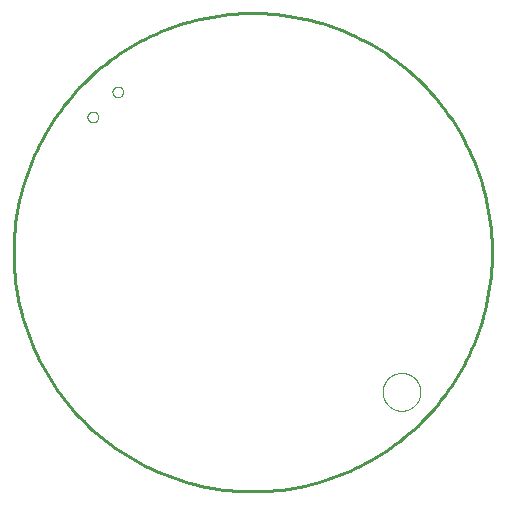
<source format=gko>
G75*
%MOIN*%
%OFA0B0*%
%FSLAX25Y25*%
%IPPOS*%
%LPD*%
%AMOC8*
5,1,8,0,0,1.08239X$1,22.5*
%
%ADD10C,0.01000*%
%ADD11C,0.00000*%
D10*
X0004156Y0081218D02*
X0004180Y0083174D01*
X0004252Y0085130D01*
X0004372Y0087082D01*
X0004540Y0089032D01*
X0004756Y0090976D01*
X0005019Y0092915D01*
X0005330Y0094847D01*
X0005688Y0096770D01*
X0006093Y0098684D01*
X0006545Y0100588D01*
X0007044Y0102480D01*
X0007589Y0104359D01*
X0008180Y0106224D01*
X0008816Y0108074D01*
X0009498Y0109908D01*
X0010224Y0111725D01*
X0010995Y0113523D01*
X0011810Y0115302D01*
X0012668Y0117060D01*
X0013569Y0118797D01*
X0014512Y0120511D01*
X0015498Y0122201D01*
X0016524Y0123867D01*
X0017591Y0125507D01*
X0018698Y0127120D01*
X0019844Y0128706D01*
X0021029Y0130263D01*
X0022251Y0131791D01*
X0023511Y0133288D01*
X0024807Y0134753D01*
X0026138Y0136187D01*
X0027505Y0137587D01*
X0028905Y0138954D01*
X0030339Y0140285D01*
X0031804Y0141581D01*
X0033301Y0142841D01*
X0034829Y0144063D01*
X0036386Y0145248D01*
X0037972Y0146394D01*
X0039585Y0147501D01*
X0041225Y0148568D01*
X0042891Y0149594D01*
X0044581Y0150580D01*
X0046295Y0151523D01*
X0048032Y0152424D01*
X0049790Y0153282D01*
X0051569Y0154097D01*
X0053367Y0154868D01*
X0055184Y0155594D01*
X0057018Y0156276D01*
X0058868Y0156912D01*
X0060733Y0157503D01*
X0062612Y0158048D01*
X0064504Y0158547D01*
X0066408Y0158999D01*
X0068322Y0159404D01*
X0070245Y0159762D01*
X0072177Y0160073D01*
X0074116Y0160336D01*
X0076060Y0160552D01*
X0078010Y0160720D01*
X0079962Y0160840D01*
X0081918Y0160912D01*
X0083874Y0160936D01*
X0085830Y0160912D01*
X0087786Y0160840D01*
X0089738Y0160720D01*
X0091688Y0160552D01*
X0093632Y0160336D01*
X0095571Y0160073D01*
X0097503Y0159762D01*
X0099426Y0159404D01*
X0101340Y0158999D01*
X0103244Y0158547D01*
X0105136Y0158048D01*
X0107015Y0157503D01*
X0108880Y0156912D01*
X0110730Y0156276D01*
X0112564Y0155594D01*
X0114381Y0154868D01*
X0116179Y0154097D01*
X0117958Y0153282D01*
X0119716Y0152424D01*
X0121453Y0151523D01*
X0123167Y0150580D01*
X0124857Y0149594D01*
X0126523Y0148568D01*
X0128163Y0147501D01*
X0129776Y0146394D01*
X0131362Y0145248D01*
X0132919Y0144063D01*
X0134447Y0142841D01*
X0135944Y0141581D01*
X0137409Y0140285D01*
X0138843Y0138954D01*
X0140243Y0137587D01*
X0141610Y0136187D01*
X0142941Y0134753D01*
X0144237Y0133288D01*
X0145497Y0131791D01*
X0146719Y0130263D01*
X0147904Y0128706D01*
X0149050Y0127120D01*
X0150157Y0125507D01*
X0151224Y0123867D01*
X0152250Y0122201D01*
X0153236Y0120511D01*
X0154179Y0118797D01*
X0155080Y0117060D01*
X0155938Y0115302D01*
X0156753Y0113523D01*
X0157524Y0111725D01*
X0158250Y0109908D01*
X0158932Y0108074D01*
X0159568Y0106224D01*
X0160159Y0104359D01*
X0160704Y0102480D01*
X0161203Y0100588D01*
X0161655Y0098684D01*
X0162060Y0096770D01*
X0162418Y0094847D01*
X0162729Y0092915D01*
X0162992Y0090976D01*
X0163208Y0089032D01*
X0163376Y0087082D01*
X0163496Y0085130D01*
X0163568Y0083174D01*
X0163592Y0081218D01*
X0163568Y0079262D01*
X0163496Y0077306D01*
X0163376Y0075354D01*
X0163208Y0073404D01*
X0162992Y0071460D01*
X0162729Y0069521D01*
X0162418Y0067589D01*
X0162060Y0065666D01*
X0161655Y0063752D01*
X0161203Y0061848D01*
X0160704Y0059956D01*
X0160159Y0058077D01*
X0159568Y0056212D01*
X0158932Y0054362D01*
X0158250Y0052528D01*
X0157524Y0050711D01*
X0156753Y0048913D01*
X0155938Y0047134D01*
X0155080Y0045376D01*
X0154179Y0043639D01*
X0153236Y0041925D01*
X0152250Y0040235D01*
X0151224Y0038569D01*
X0150157Y0036929D01*
X0149050Y0035316D01*
X0147904Y0033730D01*
X0146719Y0032173D01*
X0145497Y0030645D01*
X0144237Y0029148D01*
X0142941Y0027683D01*
X0141610Y0026249D01*
X0140243Y0024849D01*
X0138843Y0023482D01*
X0137409Y0022151D01*
X0135944Y0020855D01*
X0134447Y0019595D01*
X0132919Y0018373D01*
X0131362Y0017188D01*
X0129776Y0016042D01*
X0128163Y0014935D01*
X0126523Y0013868D01*
X0124857Y0012842D01*
X0123167Y0011856D01*
X0121453Y0010913D01*
X0119716Y0010012D01*
X0117958Y0009154D01*
X0116179Y0008339D01*
X0114381Y0007568D01*
X0112564Y0006842D01*
X0110730Y0006160D01*
X0108880Y0005524D01*
X0107015Y0004933D01*
X0105136Y0004388D01*
X0103244Y0003889D01*
X0101340Y0003437D01*
X0099426Y0003032D01*
X0097503Y0002674D01*
X0095571Y0002363D01*
X0093632Y0002100D01*
X0091688Y0001884D01*
X0089738Y0001716D01*
X0087786Y0001596D01*
X0085830Y0001524D01*
X0083874Y0001500D01*
X0081918Y0001524D01*
X0079962Y0001596D01*
X0078010Y0001716D01*
X0076060Y0001884D01*
X0074116Y0002100D01*
X0072177Y0002363D01*
X0070245Y0002674D01*
X0068322Y0003032D01*
X0066408Y0003437D01*
X0064504Y0003889D01*
X0062612Y0004388D01*
X0060733Y0004933D01*
X0058868Y0005524D01*
X0057018Y0006160D01*
X0055184Y0006842D01*
X0053367Y0007568D01*
X0051569Y0008339D01*
X0049790Y0009154D01*
X0048032Y0010012D01*
X0046295Y0010913D01*
X0044581Y0011856D01*
X0042891Y0012842D01*
X0041225Y0013868D01*
X0039585Y0014935D01*
X0037972Y0016042D01*
X0036386Y0017188D01*
X0034829Y0018373D01*
X0033301Y0019595D01*
X0031804Y0020855D01*
X0030339Y0022151D01*
X0028905Y0023482D01*
X0027505Y0024849D01*
X0026138Y0026249D01*
X0024807Y0027683D01*
X0023511Y0029148D01*
X0022251Y0030645D01*
X0021029Y0032173D01*
X0019844Y0033730D01*
X0018698Y0035316D01*
X0017591Y0036929D01*
X0016524Y0038569D01*
X0015498Y0040235D01*
X0014512Y0041925D01*
X0013569Y0043639D01*
X0012668Y0045376D01*
X0011810Y0047134D01*
X0010995Y0048913D01*
X0010224Y0050711D01*
X0009498Y0052528D01*
X0008816Y0054362D01*
X0008180Y0056212D01*
X0007589Y0058077D01*
X0007044Y0059956D01*
X0006545Y0061848D01*
X0006093Y0063752D01*
X0005688Y0065666D01*
X0005330Y0067589D01*
X0005019Y0069521D01*
X0004756Y0071460D01*
X0004540Y0073404D01*
X0004372Y0075354D01*
X0004252Y0077306D01*
X0004180Y0079262D01*
X0004156Y0081218D01*
D11*
X0028774Y0126320D02*
X0028776Y0126404D01*
X0028782Y0126487D01*
X0028792Y0126570D01*
X0028806Y0126653D01*
X0028823Y0126735D01*
X0028845Y0126816D01*
X0028870Y0126895D01*
X0028899Y0126974D01*
X0028932Y0127051D01*
X0028968Y0127126D01*
X0029008Y0127200D01*
X0029051Y0127272D01*
X0029098Y0127341D01*
X0029148Y0127408D01*
X0029201Y0127473D01*
X0029257Y0127535D01*
X0029315Y0127595D01*
X0029377Y0127652D01*
X0029441Y0127705D01*
X0029508Y0127756D01*
X0029577Y0127803D01*
X0029648Y0127848D01*
X0029721Y0127888D01*
X0029796Y0127925D01*
X0029873Y0127959D01*
X0029951Y0127989D01*
X0030030Y0128015D01*
X0030111Y0128038D01*
X0030193Y0128056D01*
X0030275Y0128071D01*
X0030358Y0128082D01*
X0030441Y0128089D01*
X0030525Y0128092D01*
X0030609Y0128091D01*
X0030692Y0128086D01*
X0030776Y0128077D01*
X0030858Y0128064D01*
X0030940Y0128048D01*
X0031021Y0128027D01*
X0031102Y0128003D01*
X0031180Y0127975D01*
X0031258Y0127943D01*
X0031334Y0127907D01*
X0031408Y0127868D01*
X0031480Y0127826D01*
X0031550Y0127780D01*
X0031618Y0127731D01*
X0031683Y0127679D01*
X0031746Y0127624D01*
X0031806Y0127566D01*
X0031864Y0127505D01*
X0031918Y0127441D01*
X0031970Y0127375D01*
X0032018Y0127307D01*
X0032063Y0127236D01*
X0032104Y0127163D01*
X0032143Y0127089D01*
X0032177Y0127013D01*
X0032208Y0126935D01*
X0032235Y0126856D01*
X0032259Y0126775D01*
X0032278Y0126694D01*
X0032294Y0126612D01*
X0032306Y0126529D01*
X0032314Y0126445D01*
X0032318Y0126362D01*
X0032318Y0126278D01*
X0032314Y0126195D01*
X0032306Y0126111D01*
X0032294Y0126028D01*
X0032278Y0125946D01*
X0032259Y0125865D01*
X0032235Y0125784D01*
X0032208Y0125705D01*
X0032177Y0125627D01*
X0032143Y0125551D01*
X0032104Y0125477D01*
X0032063Y0125404D01*
X0032018Y0125333D01*
X0031970Y0125265D01*
X0031918Y0125199D01*
X0031864Y0125135D01*
X0031806Y0125074D01*
X0031746Y0125016D01*
X0031683Y0124961D01*
X0031618Y0124909D01*
X0031550Y0124860D01*
X0031480Y0124814D01*
X0031408Y0124772D01*
X0031334Y0124733D01*
X0031258Y0124697D01*
X0031180Y0124665D01*
X0031102Y0124637D01*
X0031021Y0124613D01*
X0030940Y0124592D01*
X0030858Y0124576D01*
X0030776Y0124563D01*
X0030692Y0124554D01*
X0030609Y0124549D01*
X0030525Y0124548D01*
X0030441Y0124551D01*
X0030358Y0124558D01*
X0030275Y0124569D01*
X0030193Y0124584D01*
X0030111Y0124602D01*
X0030030Y0124625D01*
X0029951Y0124651D01*
X0029873Y0124681D01*
X0029796Y0124715D01*
X0029721Y0124752D01*
X0029648Y0124792D01*
X0029577Y0124837D01*
X0029508Y0124884D01*
X0029441Y0124935D01*
X0029377Y0124988D01*
X0029315Y0125045D01*
X0029257Y0125105D01*
X0029201Y0125167D01*
X0029148Y0125232D01*
X0029098Y0125299D01*
X0029051Y0125368D01*
X0029008Y0125440D01*
X0028968Y0125514D01*
X0028932Y0125589D01*
X0028899Y0125666D01*
X0028870Y0125745D01*
X0028845Y0125824D01*
X0028823Y0125905D01*
X0028806Y0125987D01*
X0028792Y0126070D01*
X0028782Y0126153D01*
X0028776Y0126236D01*
X0028774Y0126320D01*
X0037126Y0134671D02*
X0037128Y0134755D01*
X0037134Y0134838D01*
X0037144Y0134921D01*
X0037158Y0135004D01*
X0037175Y0135086D01*
X0037197Y0135167D01*
X0037222Y0135246D01*
X0037251Y0135325D01*
X0037284Y0135402D01*
X0037320Y0135477D01*
X0037360Y0135551D01*
X0037403Y0135623D01*
X0037450Y0135692D01*
X0037500Y0135759D01*
X0037553Y0135824D01*
X0037609Y0135886D01*
X0037667Y0135946D01*
X0037729Y0136003D01*
X0037793Y0136056D01*
X0037860Y0136107D01*
X0037929Y0136154D01*
X0038000Y0136199D01*
X0038073Y0136239D01*
X0038148Y0136276D01*
X0038225Y0136310D01*
X0038303Y0136340D01*
X0038382Y0136366D01*
X0038463Y0136389D01*
X0038545Y0136407D01*
X0038627Y0136422D01*
X0038710Y0136433D01*
X0038793Y0136440D01*
X0038877Y0136443D01*
X0038961Y0136442D01*
X0039044Y0136437D01*
X0039128Y0136428D01*
X0039210Y0136415D01*
X0039292Y0136399D01*
X0039373Y0136378D01*
X0039454Y0136354D01*
X0039532Y0136326D01*
X0039610Y0136294D01*
X0039686Y0136258D01*
X0039760Y0136219D01*
X0039832Y0136177D01*
X0039902Y0136131D01*
X0039970Y0136082D01*
X0040035Y0136030D01*
X0040098Y0135975D01*
X0040158Y0135917D01*
X0040216Y0135856D01*
X0040270Y0135792D01*
X0040322Y0135726D01*
X0040370Y0135658D01*
X0040415Y0135587D01*
X0040456Y0135514D01*
X0040495Y0135440D01*
X0040529Y0135364D01*
X0040560Y0135286D01*
X0040587Y0135207D01*
X0040611Y0135126D01*
X0040630Y0135045D01*
X0040646Y0134963D01*
X0040658Y0134880D01*
X0040666Y0134796D01*
X0040670Y0134713D01*
X0040670Y0134629D01*
X0040666Y0134546D01*
X0040658Y0134462D01*
X0040646Y0134379D01*
X0040630Y0134297D01*
X0040611Y0134216D01*
X0040587Y0134135D01*
X0040560Y0134056D01*
X0040529Y0133978D01*
X0040495Y0133902D01*
X0040456Y0133828D01*
X0040415Y0133755D01*
X0040370Y0133684D01*
X0040322Y0133616D01*
X0040270Y0133550D01*
X0040216Y0133486D01*
X0040158Y0133425D01*
X0040098Y0133367D01*
X0040035Y0133312D01*
X0039970Y0133260D01*
X0039902Y0133211D01*
X0039832Y0133165D01*
X0039760Y0133123D01*
X0039686Y0133084D01*
X0039610Y0133048D01*
X0039532Y0133016D01*
X0039454Y0132988D01*
X0039373Y0132964D01*
X0039292Y0132943D01*
X0039210Y0132927D01*
X0039128Y0132914D01*
X0039044Y0132905D01*
X0038961Y0132900D01*
X0038877Y0132899D01*
X0038793Y0132902D01*
X0038710Y0132909D01*
X0038627Y0132920D01*
X0038545Y0132935D01*
X0038463Y0132953D01*
X0038382Y0132976D01*
X0038303Y0133002D01*
X0038225Y0133032D01*
X0038148Y0133066D01*
X0038073Y0133103D01*
X0038000Y0133143D01*
X0037929Y0133188D01*
X0037860Y0133235D01*
X0037793Y0133286D01*
X0037729Y0133339D01*
X0037667Y0133396D01*
X0037609Y0133456D01*
X0037553Y0133518D01*
X0037500Y0133583D01*
X0037450Y0133650D01*
X0037403Y0133719D01*
X0037360Y0133791D01*
X0037320Y0133865D01*
X0037284Y0133940D01*
X0037251Y0134017D01*
X0037222Y0134096D01*
X0037197Y0134175D01*
X0037175Y0134256D01*
X0037158Y0134338D01*
X0037144Y0134421D01*
X0037134Y0134504D01*
X0037128Y0134587D01*
X0037126Y0134671D01*
X0127188Y0034698D02*
X0127190Y0034856D01*
X0127196Y0035014D01*
X0127206Y0035172D01*
X0127220Y0035330D01*
X0127238Y0035487D01*
X0127259Y0035644D01*
X0127285Y0035800D01*
X0127315Y0035956D01*
X0127348Y0036111D01*
X0127386Y0036264D01*
X0127427Y0036417D01*
X0127472Y0036569D01*
X0127521Y0036720D01*
X0127574Y0036869D01*
X0127630Y0037017D01*
X0127690Y0037163D01*
X0127754Y0037308D01*
X0127822Y0037451D01*
X0127893Y0037593D01*
X0127967Y0037733D01*
X0128045Y0037870D01*
X0128127Y0038006D01*
X0128211Y0038140D01*
X0128300Y0038271D01*
X0128391Y0038400D01*
X0128486Y0038527D01*
X0128583Y0038652D01*
X0128684Y0038774D01*
X0128788Y0038893D01*
X0128895Y0039010D01*
X0129005Y0039124D01*
X0129118Y0039235D01*
X0129233Y0039344D01*
X0129351Y0039449D01*
X0129472Y0039551D01*
X0129595Y0039651D01*
X0129721Y0039747D01*
X0129849Y0039840D01*
X0129979Y0039930D01*
X0130112Y0040016D01*
X0130247Y0040100D01*
X0130383Y0040179D01*
X0130522Y0040256D01*
X0130663Y0040328D01*
X0130805Y0040398D01*
X0130949Y0040463D01*
X0131095Y0040525D01*
X0131242Y0040583D01*
X0131391Y0040638D01*
X0131541Y0040689D01*
X0131692Y0040736D01*
X0131844Y0040779D01*
X0131997Y0040818D01*
X0132152Y0040854D01*
X0132307Y0040885D01*
X0132463Y0040913D01*
X0132619Y0040937D01*
X0132776Y0040957D01*
X0132934Y0040973D01*
X0133091Y0040985D01*
X0133250Y0040993D01*
X0133408Y0040997D01*
X0133566Y0040997D01*
X0133724Y0040993D01*
X0133883Y0040985D01*
X0134040Y0040973D01*
X0134198Y0040957D01*
X0134355Y0040937D01*
X0134511Y0040913D01*
X0134667Y0040885D01*
X0134822Y0040854D01*
X0134977Y0040818D01*
X0135130Y0040779D01*
X0135282Y0040736D01*
X0135433Y0040689D01*
X0135583Y0040638D01*
X0135732Y0040583D01*
X0135879Y0040525D01*
X0136025Y0040463D01*
X0136169Y0040398D01*
X0136311Y0040328D01*
X0136452Y0040256D01*
X0136591Y0040179D01*
X0136727Y0040100D01*
X0136862Y0040016D01*
X0136995Y0039930D01*
X0137125Y0039840D01*
X0137253Y0039747D01*
X0137379Y0039651D01*
X0137502Y0039551D01*
X0137623Y0039449D01*
X0137741Y0039344D01*
X0137856Y0039235D01*
X0137969Y0039124D01*
X0138079Y0039010D01*
X0138186Y0038893D01*
X0138290Y0038774D01*
X0138391Y0038652D01*
X0138488Y0038527D01*
X0138583Y0038400D01*
X0138674Y0038271D01*
X0138763Y0038140D01*
X0138847Y0038006D01*
X0138929Y0037870D01*
X0139007Y0037733D01*
X0139081Y0037593D01*
X0139152Y0037451D01*
X0139220Y0037308D01*
X0139284Y0037163D01*
X0139344Y0037017D01*
X0139400Y0036869D01*
X0139453Y0036720D01*
X0139502Y0036569D01*
X0139547Y0036417D01*
X0139588Y0036264D01*
X0139626Y0036111D01*
X0139659Y0035956D01*
X0139689Y0035800D01*
X0139715Y0035644D01*
X0139736Y0035487D01*
X0139754Y0035330D01*
X0139768Y0035172D01*
X0139778Y0035014D01*
X0139784Y0034856D01*
X0139786Y0034698D01*
X0139784Y0034540D01*
X0139778Y0034382D01*
X0139768Y0034224D01*
X0139754Y0034066D01*
X0139736Y0033909D01*
X0139715Y0033752D01*
X0139689Y0033596D01*
X0139659Y0033440D01*
X0139626Y0033285D01*
X0139588Y0033132D01*
X0139547Y0032979D01*
X0139502Y0032827D01*
X0139453Y0032676D01*
X0139400Y0032527D01*
X0139344Y0032379D01*
X0139284Y0032233D01*
X0139220Y0032088D01*
X0139152Y0031945D01*
X0139081Y0031803D01*
X0139007Y0031663D01*
X0138929Y0031526D01*
X0138847Y0031390D01*
X0138763Y0031256D01*
X0138674Y0031125D01*
X0138583Y0030996D01*
X0138488Y0030869D01*
X0138391Y0030744D01*
X0138290Y0030622D01*
X0138186Y0030503D01*
X0138079Y0030386D01*
X0137969Y0030272D01*
X0137856Y0030161D01*
X0137741Y0030052D01*
X0137623Y0029947D01*
X0137502Y0029845D01*
X0137379Y0029745D01*
X0137253Y0029649D01*
X0137125Y0029556D01*
X0136995Y0029466D01*
X0136862Y0029380D01*
X0136727Y0029296D01*
X0136591Y0029217D01*
X0136452Y0029140D01*
X0136311Y0029068D01*
X0136169Y0028998D01*
X0136025Y0028933D01*
X0135879Y0028871D01*
X0135732Y0028813D01*
X0135583Y0028758D01*
X0135433Y0028707D01*
X0135282Y0028660D01*
X0135130Y0028617D01*
X0134977Y0028578D01*
X0134822Y0028542D01*
X0134667Y0028511D01*
X0134511Y0028483D01*
X0134355Y0028459D01*
X0134198Y0028439D01*
X0134040Y0028423D01*
X0133883Y0028411D01*
X0133724Y0028403D01*
X0133566Y0028399D01*
X0133408Y0028399D01*
X0133250Y0028403D01*
X0133091Y0028411D01*
X0132934Y0028423D01*
X0132776Y0028439D01*
X0132619Y0028459D01*
X0132463Y0028483D01*
X0132307Y0028511D01*
X0132152Y0028542D01*
X0131997Y0028578D01*
X0131844Y0028617D01*
X0131692Y0028660D01*
X0131541Y0028707D01*
X0131391Y0028758D01*
X0131242Y0028813D01*
X0131095Y0028871D01*
X0130949Y0028933D01*
X0130805Y0028998D01*
X0130663Y0029068D01*
X0130522Y0029140D01*
X0130383Y0029217D01*
X0130247Y0029296D01*
X0130112Y0029380D01*
X0129979Y0029466D01*
X0129849Y0029556D01*
X0129721Y0029649D01*
X0129595Y0029745D01*
X0129472Y0029845D01*
X0129351Y0029947D01*
X0129233Y0030052D01*
X0129118Y0030161D01*
X0129005Y0030272D01*
X0128895Y0030386D01*
X0128788Y0030503D01*
X0128684Y0030622D01*
X0128583Y0030744D01*
X0128486Y0030869D01*
X0128391Y0030996D01*
X0128300Y0031125D01*
X0128211Y0031256D01*
X0128127Y0031390D01*
X0128045Y0031526D01*
X0127967Y0031663D01*
X0127893Y0031803D01*
X0127822Y0031945D01*
X0127754Y0032088D01*
X0127690Y0032233D01*
X0127630Y0032379D01*
X0127574Y0032527D01*
X0127521Y0032676D01*
X0127472Y0032827D01*
X0127427Y0032979D01*
X0127386Y0033132D01*
X0127348Y0033285D01*
X0127315Y0033440D01*
X0127285Y0033596D01*
X0127259Y0033752D01*
X0127238Y0033909D01*
X0127220Y0034066D01*
X0127206Y0034224D01*
X0127196Y0034382D01*
X0127190Y0034540D01*
X0127188Y0034698D01*
M02*

</source>
